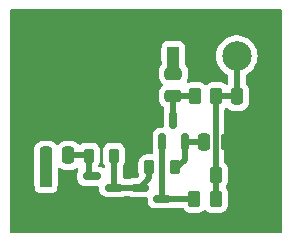
<source format=gbr>
%TF.GenerationSoftware,KiCad,Pcbnew,7.0.2-0*%
%TF.CreationDate,2023-05-27T20:56:29-04:00*%
%TF.ProjectId,IF_AMP_t1,49465f41-4d50-45f7-9431-2e6b69636164,rev?*%
%TF.SameCoordinates,Original*%
%TF.FileFunction,Copper,L1,Top*%
%TF.FilePolarity,Positive*%
%FSLAX46Y46*%
G04 Gerber Fmt 4.6, Leading zero omitted, Abs format (unit mm)*
G04 Created by KiCad (PCBNEW 7.0.2-0) date 2023-05-27 20:56:29*
%MOMM*%
%LPD*%
G01*
G04 APERTURE LIST*
G04 Aperture macros list*
%AMRoundRect*
0 Rectangle with rounded corners*
0 $1 Rounding radius*
0 $2 $3 $4 $5 $6 $7 $8 $9 X,Y pos of 4 corners*
0 Add a 4 corners polygon primitive as box body*
4,1,4,$2,$3,$4,$5,$6,$7,$8,$9,$2,$3,0*
0 Add four circle primitives for the rounded corners*
1,1,$1+$1,$2,$3*
1,1,$1+$1,$4,$5*
1,1,$1+$1,$6,$7*
1,1,$1+$1,$8,$9*
0 Add four rect primitives between the rounded corners*
20,1,$1+$1,$2,$3,$4,$5,0*
20,1,$1+$1,$4,$5,$6,$7,0*
20,1,$1+$1,$6,$7,$8,$9,0*
20,1,$1+$1,$8,$9,$2,$3,0*%
G04 Aperture macros list end*
%TA.AperFunction,SMDPad,CuDef*%
%ADD10RoundRect,0.150000X0.150000X-0.587500X0.150000X0.587500X-0.150000X0.587500X-0.150000X-0.587500X0*%
%TD*%
%TA.AperFunction,SMDPad,CuDef*%
%ADD11RoundRect,0.250000X0.250000X0.475000X-0.250000X0.475000X-0.250000X-0.475000X0.250000X-0.475000X0*%
%TD*%
%TA.AperFunction,SMDPad,CuDef*%
%ADD12R,1.000000X1.050000*%
%TD*%
%TA.AperFunction,SMDPad,CuDef*%
%ADD13R,1.050000X2.200000*%
%TD*%
%TA.AperFunction,SMDPad,CuDef*%
%ADD14RoundRect,0.250000X0.475000X-0.250000X0.475000X0.250000X-0.475000X0.250000X-0.475000X-0.250000X0*%
%TD*%
%TA.AperFunction,SMDPad,CuDef*%
%ADD15RoundRect,0.250000X0.262500X0.450000X-0.262500X0.450000X-0.262500X-0.450000X0.262500X-0.450000X0*%
%TD*%
%TA.AperFunction,SMDPad,CuDef*%
%ADD16RoundRect,0.218750X0.218750X0.381250X-0.218750X0.381250X-0.218750X-0.381250X0.218750X-0.381250X0*%
%TD*%
%TA.AperFunction,SMDPad,CuDef*%
%ADD17RoundRect,0.150000X-0.587500X-0.150000X0.587500X-0.150000X0.587500X0.150000X-0.587500X0.150000X0*%
%TD*%
%TA.AperFunction,SMDPad,CuDef*%
%ADD18C,2.500000*%
%TD*%
%TA.AperFunction,SMDPad,CuDef*%
%ADD19RoundRect,0.250000X-0.250000X-0.475000X0.250000X-0.475000X0.250000X0.475000X-0.250000X0.475000X0*%
%TD*%
%TA.AperFunction,Conductor*%
%ADD20C,1.000000*%
%TD*%
%TA.AperFunction,Conductor*%
%ADD21C,0.500000*%
%TD*%
G04 APERTURE END LIST*
D10*
%TO.P,Q1,1,B*%
%TO.N,Net-(Q1-B)*%
X97890000Y-69287500D03*
%TO.P,Q1,2,E*%
%TO.N,Net-(Q1-E)*%
X99790000Y-69287500D03*
%TO.P,Q1,3,C*%
%TO.N,Net-(Q1-C)*%
X98840000Y-67412500D03*
%TD*%
D11*
%TO.P,C4,1*%
%TO.N,Earth*%
X104350000Y-72060000D03*
%TO.P,C4,2*%
%TO.N,Net-(C4-Pad2)*%
X102450000Y-72060000D03*
%TD*%
D12*
%TO.P,J1,1,In*%
%TO.N,Net-(J1-In)*%
X98830000Y-61760000D03*
D13*
%TO.P,J1,2,Ext*%
%TO.N,Earth*%
X97355000Y-60235000D03*
X100305000Y-60235000D03*
%TD*%
D14*
%TO.P,C3,1*%
%TO.N,Net-(Q1-C)*%
X98840000Y-65380000D03*
%TO.P,C3,2*%
%TO.N,Net-(J1-In)*%
X98840000Y-63480000D03*
%TD*%
D15*
%TO.P,R2,1*%
%TO.N,Net-(C4-Pad2)*%
X102492500Y-65390000D03*
%TO.P,R2,2*%
%TO.N,Net-(Q1-C)*%
X100667500Y-65390000D03*
%TD*%
%TO.P,R1,1*%
%TO.N,Net-(C4-Pad2)*%
X102452500Y-74080000D03*
%TO.P,R1,2*%
%TO.N,Net-(Q1-B)*%
X100627500Y-74080000D03*
%TD*%
D16*
%TO.P,L2,1,1*%
%TO.N,Net-(Q2-C)*%
X93812500Y-70420000D03*
%TO.P,L2,2,2*%
%TO.N,Net-(Q2-B)*%
X91687500Y-70420000D03*
%TD*%
D17*
%TO.P,Q3,1,B*%
%TO.N,Net-(Q2-C)*%
X96020000Y-73130000D03*
%TO.P,Q3,2,E*%
%TO.N,Earth*%
X96020000Y-75030000D03*
%TO.P,Q3,3,C*%
%TO.N,Net-(Q1-B)*%
X97895000Y-74080000D03*
%TD*%
%TO.P,Q2,1,B*%
%TO.N,Net-(Q2-B)*%
X91920000Y-72180000D03*
%TO.P,Q2,2,E*%
%TO.N,Earth*%
X91920000Y-74080000D03*
%TO.P,Q2,3,C*%
%TO.N,Net-(Q2-C)*%
X93795000Y-73130000D03*
%TD*%
D18*
%TO.P,TP1,1,1*%
%TO.N,Net-(C4-Pad2)*%
X104210000Y-62000000D03*
%TD*%
D12*
%TO.P,J2,1,In*%
%TO.N,Net-(J2-In)*%
X88060000Y-72570000D03*
D13*
%TO.P,J2,2,Ext*%
%TO.N,Earth*%
X89535000Y-74095000D03*
X86585000Y-74095000D03*
%TD*%
D19*
%TO.P,C2,1*%
%TO.N,Net-(Q1-E)*%
X101460000Y-69300000D03*
%TO.P,C2,2*%
%TO.N,Earth*%
X103360000Y-69300000D03*
%TD*%
%TO.P,C1,1*%
%TO.N,Net-(J2-In)*%
X88060000Y-70400000D03*
%TO.P,C1,2*%
%TO.N,Net-(Q2-B)*%
X89960000Y-70400000D03*
%TD*%
D11*
%TO.P,C5,1*%
%TO.N,Earth*%
X106120000Y-65390000D03*
%TO.P,C5,2*%
%TO.N,Net-(C4-Pad2)*%
X104220000Y-65390000D03*
%TD*%
D16*
%TO.P,L1,1,1*%
%TO.N,Net-(Q1-E)*%
X98942500Y-71420000D03*
%TO.P,L1,2,2*%
%TO.N,Net-(Q2-C)*%
X96817500Y-71420000D03*
%TD*%
D20*
%TO.N,Net-(J2-In)*%
X88060000Y-70400000D02*
X88060000Y-72570000D01*
D21*
%TO.N,Net-(Q2-B)*%
X89960000Y-70400000D02*
X91667500Y-70400000D01*
X91667500Y-70400000D02*
X91687500Y-70420000D01*
X91687500Y-70420000D02*
X91687500Y-71947500D01*
X91687500Y-71947500D02*
X91920000Y-72180000D01*
%TO.N,Net-(Q1-E)*%
X101460000Y-69300000D02*
X99802500Y-69300000D01*
X99790000Y-70810000D02*
X99790000Y-69287500D01*
X99180000Y-71420000D02*
X99790000Y-70810000D01*
X99802500Y-69300000D02*
X99790000Y-69287500D01*
X98942500Y-71420000D02*
X99180000Y-71420000D01*
%TO.N,Net-(Q1-C)*%
X98840000Y-67412500D02*
X98840000Y-65380000D01*
X98850000Y-65390000D02*
X98840000Y-65380000D01*
X100667500Y-65390000D02*
X98850000Y-65390000D01*
%TO.N,Net-(J1-In)*%
X98840000Y-61780000D02*
X98820000Y-61760000D01*
D20*
X98840000Y-63480000D02*
X98840000Y-61780000D01*
D21*
%TO.N,Net-(C4-Pad2)*%
X102492500Y-65390000D02*
X102410000Y-65472500D01*
X104220000Y-65390000D02*
X104220000Y-62010000D01*
X102410000Y-65472500D02*
X102410000Y-74037500D01*
X102410000Y-74037500D02*
X102452500Y-74080000D01*
X102492500Y-65390000D02*
X104220000Y-65390000D01*
X104220000Y-62010000D02*
X104210000Y-62000000D01*
%TO.N,Net-(Q2-C)*%
X93812500Y-73112500D02*
X93795000Y-73130000D01*
X93812500Y-70420000D02*
X93812500Y-73112500D01*
X96020000Y-73130000D02*
X93795000Y-73130000D01*
X96817500Y-72332500D02*
X96020000Y-73130000D01*
X96817500Y-71420000D02*
X96817500Y-72332500D01*
%TO.N,Net-(Q1-B)*%
X97890000Y-69287500D02*
X97890000Y-74075000D01*
X97890000Y-74075000D02*
X97895000Y-74080000D01*
X97895000Y-74080000D02*
X100627500Y-74080000D01*
%TD*%
%TA.AperFunction,Conductor*%
%TO.N,Earth*%
G36*
X107942539Y-58020185D02*
G01*
X107988294Y-58072989D01*
X107999500Y-58124500D01*
X107999500Y-76875500D01*
X107979815Y-76942539D01*
X107927011Y-76988294D01*
X107875500Y-76999500D01*
X85124500Y-76999500D01*
X85057461Y-76979815D01*
X85011706Y-76927011D01*
X85000500Y-76875500D01*
X85000500Y-73139578D01*
X87059500Y-73139578D01*
X87059501Y-73142872D01*
X87059853Y-73146152D01*
X87059854Y-73146159D01*
X87065909Y-73202484D01*
X87085207Y-73254223D01*
X87116204Y-73337331D01*
X87202454Y-73452546D01*
X87317669Y-73538796D01*
X87452517Y-73589091D01*
X87512127Y-73595500D01*
X88607872Y-73595499D01*
X88667483Y-73589091D01*
X88802331Y-73538796D01*
X88917546Y-73452546D01*
X89003796Y-73337331D01*
X89054091Y-73202483D01*
X89060500Y-73142873D01*
X89060500Y-72570173D01*
X89060500Y-71578340D01*
X89080185Y-71511302D01*
X89132989Y-71465547D01*
X89202147Y-71455603D01*
X89249596Y-71472802D01*
X89390666Y-71559814D01*
X89502017Y-71596712D01*
X89557202Y-71614999D01*
X89656858Y-71625180D01*
X89656859Y-71625180D01*
X89659991Y-71625500D01*
X90260008Y-71625499D01*
X90362797Y-71614999D01*
X90529334Y-71559814D01*
X90614212Y-71507460D01*
X90681604Y-71489021D01*
X90748268Y-71509944D01*
X90793037Y-71563586D01*
X90801698Y-71632917D01*
X90786040Y-71676121D01*
X90730755Y-71769602D01*
X90684902Y-71927427D01*
X90682191Y-71961871D01*
X90682190Y-71961886D01*
X90682000Y-71964306D01*
X90682000Y-72395694D01*
X90682190Y-72398114D01*
X90682191Y-72398128D01*
X90684902Y-72432572D01*
X90730755Y-72590397D01*
X90788357Y-72687796D01*
X90814419Y-72731865D01*
X90930635Y-72848081D01*
X91001518Y-72890001D01*
X91072102Y-72931744D01*
X91229927Y-72977597D01*
X91229931Y-72977598D01*
X91266806Y-72980500D01*
X92433000Y-72980500D01*
X92500039Y-73000185D01*
X92545794Y-73052989D01*
X92557000Y-73104500D01*
X92557000Y-73345694D01*
X92557190Y-73348114D01*
X92557191Y-73348128D01*
X92559902Y-73382572D01*
X92605755Y-73540397D01*
X92638343Y-73595500D01*
X92689419Y-73681865D01*
X92805635Y-73798081D01*
X92944999Y-73880500D01*
X92947102Y-73881744D01*
X93104927Y-73927597D01*
X93104931Y-73927598D01*
X93141806Y-73930500D01*
X93144251Y-73930500D01*
X94445749Y-73930500D01*
X94448194Y-73930500D01*
X94485069Y-73927598D01*
X94551597Y-73908269D01*
X94630232Y-73885424D01*
X94664827Y-73880500D01*
X95150173Y-73880500D01*
X95184768Y-73885424D01*
X95329927Y-73927597D01*
X95329931Y-73927598D01*
X95366806Y-73930500D01*
X96533000Y-73930500D01*
X96600039Y-73950185D01*
X96645794Y-74002989D01*
X96657000Y-74054499D01*
X96657000Y-74295694D01*
X96657190Y-74298114D01*
X96657191Y-74298128D01*
X96659902Y-74332572D01*
X96705755Y-74490397D01*
X96760604Y-74583141D01*
X96789419Y-74631865D01*
X96905635Y-74748081D01*
X97044999Y-74830500D01*
X97047102Y-74831744D01*
X97204927Y-74877597D01*
X97204931Y-74877598D01*
X97241806Y-74880500D01*
X97244251Y-74880500D01*
X98545749Y-74880500D01*
X98548194Y-74880500D01*
X98585069Y-74877598D01*
X98679424Y-74850185D01*
X98730232Y-74835424D01*
X98764827Y-74830500D01*
X99599362Y-74830500D01*
X99666401Y-74850185D01*
X99704901Y-74889404D01*
X99772288Y-74998657D01*
X99896342Y-75122711D01*
X99952895Y-75157593D01*
X100045666Y-75214814D01*
X100157017Y-75251712D01*
X100212202Y-75269999D01*
X100311858Y-75280180D01*
X100311859Y-75280180D01*
X100314991Y-75280500D01*
X100940008Y-75280499D01*
X101042797Y-75269999D01*
X101209334Y-75214814D01*
X101358656Y-75122712D01*
X101452320Y-75029047D01*
X101513641Y-74995564D01*
X101583333Y-75000548D01*
X101627679Y-75029047D01*
X101721343Y-75122711D01*
X101721345Y-75122713D01*
X101796004Y-75168763D01*
X101870666Y-75214814D01*
X101982017Y-75251712D01*
X102037202Y-75269999D01*
X102136858Y-75280180D01*
X102136859Y-75280180D01*
X102139991Y-75280500D01*
X102765008Y-75280499D01*
X102867797Y-75269999D01*
X103034334Y-75214814D01*
X103183656Y-75122712D01*
X103307712Y-74998656D01*
X103399814Y-74849334D01*
X103454999Y-74682797D01*
X103465500Y-74580009D01*
X103465499Y-73579992D01*
X103454999Y-73477203D01*
X103399814Y-73310666D01*
X103307712Y-73161344D01*
X103307711Y-73161342D01*
X103307606Y-73161237D01*
X103307293Y-73160665D01*
X103300103Y-73149007D01*
X103300720Y-73148626D01*
X103274121Y-73099914D01*
X103279105Y-73030222D01*
X103289748Y-73008459D01*
X103292708Y-73003659D01*
X103292712Y-73003656D01*
X103384814Y-72854334D01*
X103439999Y-72687797D01*
X103450500Y-72585009D01*
X103450499Y-71534992D01*
X103439999Y-71432203D01*
X103384814Y-71265666D01*
X103292712Y-71116344D01*
X103292711Y-71116342D01*
X103196819Y-71020450D01*
X103163334Y-70959127D01*
X103160500Y-70932769D01*
X103160500Y-66540873D01*
X103180185Y-66473834D01*
X103219405Y-66435333D01*
X103223656Y-66432712D01*
X103262319Y-66394048D01*
X103323640Y-66360564D01*
X103393331Y-66365548D01*
X103437680Y-66394049D01*
X103501342Y-66457711D01*
X103501344Y-66457712D01*
X103650666Y-66549814D01*
X103733514Y-66577267D01*
X103817202Y-66604999D01*
X103916858Y-66615180D01*
X103916859Y-66615180D01*
X103919991Y-66615500D01*
X104520008Y-66615499D01*
X104622797Y-66604999D01*
X104789334Y-66549814D01*
X104938656Y-66457712D01*
X105062712Y-66333656D01*
X105154814Y-66184334D01*
X105209999Y-66017797D01*
X105220500Y-65915009D01*
X105220499Y-64864992D01*
X105209999Y-64762203D01*
X105154814Y-64595666D01*
X105078132Y-64471344D01*
X105062711Y-64446342D01*
X105006818Y-64390449D01*
X104973333Y-64329126D01*
X104970499Y-64302768D01*
X104970499Y-64049333D01*
X104970499Y-63654580D01*
X104990182Y-63587545D01*
X105040696Y-63542865D01*
X105087704Y-63520228D01*
X105304479Y-63372433D01*
X105304482Y-63372429D01*
X105304485Y-63372428D01*
X105389792Y-63293273D01*
X105496805Y-63193981D01*
X105660386Y-62988857D01*
X105791568Y-62761643D01*
X105887420Y-62517416D01*
X105945802Y-62261630D01*
X105965408Y-62000000D01*
X105945802Y-61738370D01*
X105887420Y-61482584D01*
X105791568Y-61238357D01*
X105660386Y-61011143D01*
X105496805Y-60806019D01*
X105496801Y-60806015D01*
X105304485Y-60627571D01*
X105287170Y-60615766D01*
X105087704Y-60479772D01*
X104851323Y-60365937D01*
X104600615Y-60288604D01*
X104341182Y-60249500D01*
X104078818Y-60249500D01*
X103819385Y-60288604D01*
X103568677Y-60365937D01*
X103332296Y-60479772D01*
X103262922Y-60527070D01*
X103115514Y-60627571D01*
X102923198Y-60806015D01*
X102759613Y-61011143D01*
X102628431Y-61238358D01*
X102532580Y-61482581D01*
X102474197Y-61738372D01*
X102454591Y-62000000D01*
X102474197Y-62261627D01*
X102532580Y-62517418D01*
X102628431Y-62761641D01*
X102628432Y-62761643D01*
X102759614Y-62988857D01*
X102923195Y-63193981D01*
X102923197Y-63193983D01*
X102923198Y-63193984D01*
X103115514Y-63372428D01*
X103115520Y-63372432D01*
X103115521Y-63372433D01*
X103332296Y-63520228D01*
X103399302Y-63552496D01*
X103451160Y-63599316D01*
X103469500Y-63664215D01*
X103469500Y-64293769D01*
X103449815Y-64360808D01*
X103397011Y-64406563D01*
X103327853Y-64416507D01*
X103264297Y-64387482D01*
X103257819Y-64381450D01*
X103223657Y-64347288D01*
X103074334Y-64255186D01*
X102907797Y-64200000D01*
X102808141Y-64189819D01*
X102808122Y-64189818D01*
X102805009Y-64189500D01*
X102801860Y-64189500D01*
X102183141Y-64189500D01*
X102183121Y-64189500D01*
X102179992Y-64189501D01*
X102176860Y-64189820D01*
X102176858Y-64189821D01*
X102077203Y-64200000D01*
X101910665Y-64255186D01*
X101761344Y-64347287D01*
X101667680Y-64440951D01*
X101606357Y-64474435D01*
X101536665Y-64469451D01*
X101492319Y-64440951D01*
X101398656Y-64347288D01*
X101398655Y-64347287D01*
X101398654Y-64347286D01*
X101249334Y-64255186D01*
X101082797Y-64200000D01*
X100983141Y-64189819D01*
X100983122Y-64189818D01*
X100980009Y-64189500D01*
X100976860Y-64189500D01*
X100358141Y-64189500D01*
X100358121Y-64189500D01*
X100354992Y-64189501D01*
X100351860Y-64189820D01*
X100351858Y-64189821D01*
X100252203Y-64200000D01*
X100141564Y-64236663D01*
X100071735Y-64239065D01*
X100011694Y-64203333D01*
X99980501Y-64140812D01*
X99988062Y-64071353D01*
X99997020Y-64053863D01*
X99999814Y-64049334D01*
X100054999Y-63882797D01*
X100065500Y-63780009D01*
X100065499Y-63179992D01*
X100054999Y-63077203D01*
X99999814Y-62910666D01*
X99942593Y-62817895D01*
X99907711Y-62761342D01*
X99876819Y-62730450D01*
X99843334Y-62669127D01*
X99840500Y-62642769D01*
X99840500Y-61732399D01*
X99840500Y-61729258D01*
X99831135Y-61637168D01*
X99830499Y-61624623D01*
X99830499Y-61190439D01*
X99830499Y-61190438D01*
X99830499Y-61187128D01*
X99824091Y-61127517D01*
X99773796Y-60992669D01*
X99687546Y-60877454D01*
X99572331Y-60791204D01*
X99437483Y-60740909D01*
X99377873Y-60734500D01*
X99374550Y-60734500D01*
X98285439Y-60734500D01*
X98285420Y-60734500D01*
X98282128Y-60734501D01*
X98278848Y-60734853D01*
X98278840Y-60734854D01*
X98222515Y-60740909D01*
X98087669Y-60791204D01*
X97972454Y-60877454D01*
X97886204Y-60992668D01*
X97835910Y-61127515D01*
X97835909Y-61127517D01*
X97829500Y-61187127D01*
X97829500Y-61190448D01*
X97829500Y-61190449D01*
X97829500Y-62329560D01*
X97829500Y-62329578D01*
X97829501Y-62332872D01*
X97829853Y-62336150D01*
X97829854Y-62336161D01*
X97837574Y-62407972D01*
X97836539Y-62408083D01*
X97839500Y-62424484D01*
X97839500Y-62642768D01*
X97819815Y-62709807D01*
X97803183Y-62730447D01*
X97772289Y-62761342D01*
X97680186Y-62910665D01*
X97625000Y-63077202D01*
X97614819Y-63176858D01*
X97614817Y-63176878D01*
X97614500Y-63179991D01*
X97614500Y-63183138D01*
X97614500Y-63183139D01*
X97614500Y-63776858D01*
X97614500Y-63776877D01*
X97614501Y-63780008D01*
X97614820Y-63783140D01*
X97614821Y-63783141D01*
X97625000Y-63882796D01*
X97680186Y-64049334D01*
X97772288Y-64198657D01*
X97896342Y-64322711D01*
X97899176Y-64324459D01*
X97945902Y-64376405D01*
X97957126Y-64445368D01*
X97929284Y-64509450D01*
X97899186Y-64535533D01*
X97896346Y-64537284D01*
X97772288Y-64661342D01*
X97680186Y-64810665D01*
X97625000Y-64977202D01*
X97614819Y-65076858D01*
X97614817Y-65076878D01*
X97614500Y-65079991D01*
X97614500Y-65083138D01*
X97614500Y-65083139D01*
X97614500Y-65676858D01*
X97614500Y-65676877D01*
X97614501Y-65680008D01*
X97614820Y-65683140D01*
X97614821Y-65683141D01*
X97625000Y-65782796D01*
X97680186Y-65949334D01*
X97772288Y-66098657D01*
X97896342Y-66222711D01*
X97896344Y-66222712D01*
X98030597Y-66305519D01*
X98077321Y-66357465D01*
X98089500Y-66411057D01*
X98089500Y-66542672D01*
X98084576Y-66577267D01*
X98042402Y-66722427D01*
X98039691Y-66756871D01*
X98039690Y-66756886D01*
X98039500Y-66759306D01*
X98039500Y-66761750D01*
X98039500Y-66761751D01*
X98039500Y-67925500D01*
X98019815Y-67992539D01*
X97967011Y-68038294D01*
X97915500Y-68049500D01*
X97674306Y-68049500D01*
X97671886Y-68049690D01*
X97671871Y-68049691D01*
X97637427Y-68052402D01*
X97479602Y-68098255D01*
X97338134Y-68181919D01*
X97221919Y-68298134D01*
X97138255Y-68439602D01*
X97092402Y-68597427D01*
X97089691Y-68631871D01*
X97089690Y-68631886D01*
X97089500Y-68634306D01*
X97089500Y-69940694D01*
X97089690Y-69943114D01*
X97089691Y-69943128D01*
X97092402Y-69977570D01*
X97134575Y-70122727D01*
X97139499Y-70157323D01*
X97139499Y-70195500D01*
X97119814Y-70262539D01*
X97067010Y-70308294D01*
X97015499Y-70319500D01*
X96550826Y-70319500D01*
X96547713Y-70319817D01*
X96547693Y-70319819D01*
X96452314Y-70329563D01*
X96292714Y-70382450D01*
X96149606Y-70470720D01*
X96030720Y-70589606D01*
X95942450Y-70732714D01*
X95889563Y-70892314D01*
X95879819Y-70987693D01*
X95879817Y-70987713D01*
X95879500Y-70990826D01*
X95879500Y-71849174D01*
X95879818Y-71852287D01*
X95879819Y-71852306D01*
X95889563Y-71947685D01*
X95928073Y-72063898D01*
X95930475Y-72133726D01*
X95898049Y-72190581D01*
X95795449Y-72293182D01*
X95734129Y-72326666D01*
X95707770Y-72329500D01*
X95366806Y-72329500D01*
X95364386Y-72329690D01*
X95364371Y-72329691D01*
X95329927Y-72332402D01*
X95184768Y-72374576D01*
X95150173Y-72379500D01*
X94687000Y-72379500D01*
X94619961Y-72359815D01*
X94574206Y-72307011D01*
X94563000Y-72255500D01*
X94563000Y-71338034D01*
X94582685Y-71270995D01*
X94599256Y-71250430D01*
X94599278Y-71250393D01*
X94599281Y-71250391D01*
X94687549Y-71107287D01*
X94740436Y-70947685D01*
X94750500Y-70849174D01*
X94750500Y-69990826D01*
X94745627Y-69943128D01*
X94740436Y-69892314D01*
X94687549Y-69732714D01*
X94687549Y-69732713D01*
X94599281Y-69589609D01*
X94599280Y-69589608D01*
X94599279Y-69589606D01*
X94480393Y-69470720D01*
X94337285Y-69382450D01*
X94177685Y-69329563D01*
X94082306Y-69319819D01*
X94082287Y-69319818D01*
X94079174Y-69319500D01*
X93545826Y-69319500D01*
X93542713Y-69319817D01*
X93542693Y-69319819D01*
X93447314Y-69329563D01*
X93287714Y-69382450D01*
X93144606Y-69470720D01*
X93025720Y-69589606D01*
X92937450Y-69732714D01*
X92884563Y-69892314D01*
X92874819Y-69987693D01*
X92874817Y-69987713D01*
X92874500Y-69990826D01*
X92874500Y-70849174D01*
X92874818Y-70852287D01*
X92874819Y-70852306D01*
X92884563Y-70947685D01*
X92924199Y-71067296D01*
X92937451Y-71107287D01*
X92954817Y-71135441D01*
X93033328Y-71262727D01*
X93032661Y-71263138D01*
X93059165Y-71311670D01*
X93062000Y-71338034D01*
X93062000Y-71384792D01*
X93042315Y-71451831D01*
X92989511Y-71497586D01*
X92920353Y-71507530D01*
X92874879Y-71491524D01*
X92767897Y-71428255D01*
X92610066Y-71382400D01*
X92605293Y-71382025D01*
X92540005Y-71357139D01*
X92498536Y-71300907D01*
X92494052Y-71231181D01*
X92509485Y-71193315D01*
X92562549Y-71107287D01*
X92615436Y-70947685D01*
X92625500Y-70849174D01*
X92625500Y-69990826D01*
X92620627Y-69943128D01*
X92615436Y-69892314D01*
X92562549Y-69732714D01*
X92562549Y-69732713D01*
X92474281Y-69589609D01*
X92474280Y-69589608D01*
X92474279Y-69589606D01*
X92355393Y-69470720D01*
X92212285Y-69382450D01*
X92052685Y-69329563D01*
X91957306Y-69319819D01*
X91957287Y-69319818D01*
X91954174Y-69319500D01*
X91420826Y-69319500D01*
X91417713Y-69319817D01*
X91417693Y-69319819D01*
X91322314Y-69329563D01*
X91162714Y-69382450D01*
X91019606Y-69470720D01*
X91001832Y-69488495D01*
X90940509Y-69521980D01*
X90870817Y-69516996D01*
X90814884Y-69475124D01*
X90808612Y-69465910D01*
X90802712Y-69456344D01*
X90678656Y-69332288D01*
X90678655Y-69332287D01*
X90678654Y-69332286D01*
X90529334Y-69240186D01*
X90362797Y-69185000D01*
X90263141Y-69174819D01*
X90263122Y-69174818D01*
X90260009Y-69174500D01*
X90256860Y-69174500D01*
X89663141Y-69174500D01*
X89663121Y-69174500D01*
X89659992Y-69174501D01*
X89656860Y-69174820D01*
X89656858Y-69174821D01*
X89557203Y-69185000D01*
X89390665Y-69240186D01*
X89241342Y-69332288D01*
X89117286Y-69456344D01*
X89115537Y-69459181D01*
X89063588Y-69505905D01*
X88994626Y-69517125D01*
X88930544Y-69489280D01*
X88904463Y-69459181D01*
X88902713Y-69456344D01*
X88778657Y-69332288D01*
X88629334Y-69240186D01*
X88462797Y-69185000D01*
X88363141Y-69174819D01*
X88363122Y-69174818D01*
X88360009Y-69174500D01*
X88356860Y-69174500D01*
X87763141Y-69174500D01*
X87763121Y-69174500D01*
X87759992Y-69174501D01*
X87756860Y-69174820D01*
X87756858Y-69174821D01*
X87657203Y-69185000D01*
X87490665Y-69240186D01*
X87341342Y-69332288D01*
X87217288Y-69456342D01*
X87125186Y-69605665D01*
X87070000Y-69772202D01*
X87059819Y-69871858D01*
X87059817Y-69871878D01*
X87059500Y-69874991D01*
X87059500Y-69878138D01*
X87059500Y-69878139D01*
X87059500Y-73139560D01*
X87059500Y-73139578D01*
X85000500Y-73139578D01*
X85000500Y-58124500D01*
X85020185Y-58057461D01*
X85072989Y-58011706D01*
X85124500Y-58000500D01*
X107875500Y-58000500D01*
X107942539Y-58020185D01*
G37*
%TD.AperFunction*%
%TD*%
M02*

</source>
